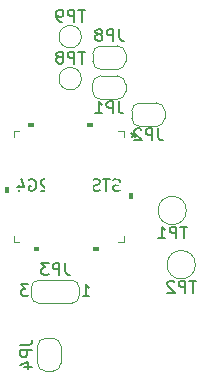
<source format=gbr>
%TF.GenerationSoftware,KiCad,Pcbnew,6.99.0-unknown-f8b157a1fb~149~ubuntu22.04.1*%
%TF.CreationDate,2022-10-15T12:14:30+11:00*%
%TF.ProjectId,STSPIN32G4,53545350-494e-4333-9247-342e6b696361,rev?*%
%TF.SameCoordinates,Original*%
%TF.FileFunction,Legend,Bot*%
%TF.FilePolarity,Positive*%
%FSLAX46Y46*%
G04 Gerber Fmt 4.6, Leading zero omitted, Abs format (unit mm)*
G04 Created by KiCad (PCBNEW 6.99.0-unknown-f8b157a1fb~149~ubuntu22.04.1) date 2022-10-15 12:14:30*
%MOMM*%
%LPD*%
G01*
G04 APERTURE LIST*
G04 Aperture macros list*
%AMRoundRect*
0 Rectangle with rounded corners*
0 $1 Rounding radius*
0 $2 $3 $4 $5 $6 $7 $8 $9 X,Y pos of 4 corners*
0 Add a 4 corners polygon primitive as box body*
4,1,4,$2,$3,$4,$5,$6,$7,$8,$9,$2,$3,0*
0 Add four circle primitives for the rounded corners*
1,1,$1+$1,$2,$3*
1,1,$1+$1,$4,$5*
1,1,$1+$1,$6,$7*
1,1,$1+$1,$8,$9*
0 Add four rect primitives between the rounded corners*
20,1,$1+$1,$2,$3,$4,$5,0*
20,1,$1+$1,$4,$5,$6,$7,0*
20,1,$1+$1,$6,$7,$8,$9,0*
20,1,$1+$1,$8,$9,$2,$3,0*%
%AMFreePoly0*
4,1,19,0.500000,-0.750000,0.000000,-0.750000,0.000000,-0.744911,-0.071157,-0.744911,-0.207708,-0.704816,-0.327430,-0.627875,-0.420627,-0.520320,-0.479746,-0.390866,-0.500000,-0.250000,-0.500000,0.250000,-0.479746,0.390866,-0.420627,0.520320,-0.327430,0.627875,-0.207708,0.704816,-0.071157,0.744911,0.000000,0.744911,0.000000,0.750000,0.500000,0.750000,0.500000,-0.750000,0.500000,-0.750000,
$1*%
%AMFreePoly1*
4,1,19,0.000000,0.744911,0.071157,0.744911,0.207708,0.704816,0.327430,0.627875,0.420627,0.520320,0.479746,0.390866,0.500000,0.250000,0.500000,-0.250000,0.479746,-0.390866,0.420627,-0.520320,0.327430,-0.627875,0.207708,-0.704816,0.071157,-0.744911,0.000000,-0.744911,0.000000,-0.750000,-0.500000,-0.750000,-0.500000,0.750000,0.000000,0.750000,0.000000,0.744911,0.000000,0.744911,
$1*%
%AMFreePoly2*
4,1,19,0.550000,-0.750000,0.000000,-0.750000,0.000000,-0.744911,-0.071157,-0.744911,-0.207708,-0.704816,-0.327430,-0.627875,-0.420627,-0.520320,-0.479746,-0.390866,-0.500000,-0.250000,-0.500000,0.250000,-0.479746,0.390866,-0.420627,0.520320,-0.327430,0.627875,-0.207708,0.704816,-0.071157,0.744911,0.000000,0.744911,0.000000,0.750000,0.550000,0.750000,0.550000,-0.750000,0.550000,-0.750000,
$1*%
%AMFreePoly3*
4,1,19,0.000000,0.744911,0.071157,0.744911,0.207708,0.704816,0.327430,0.627875,0.420627,0.520320,0.479746,0.390866,0.500000,0.250000,0.500000,-0.250000,0.479746,-0.390866,0.420627,-0.520320,0.327430,-0.627875,0.207708,-0.704816,0.071157,-0.744911,0.000000,-0.744911,0.000000,-0.750000,-0.550000,-0.750000,-0.550000,0.750000,0.000000,0.750000,0.000000,0.744911,0.000000,0.744911,
$1*%
G04 Aperture macros list end*
%ADD10C,0.150000*%
%ADD11C,0.120000*%
%ADD12C,0.100000*%
%ADD13R,1.700000X1.700000*%
%ADD14O,1.700000X1.700000*%
%ADD15C,1.500000*%
%ADD16C,7.000000*%
%ADD17RoundRect,1.500000X1.500000X1.500000X-1.500000X1.500000X-1.500000X-1.500000X1.500000X-1.500000X0*%
%ADD18C,6.000000*%
%ADD19FreePoly0,180.000000*%
%ADD20FreePoly1,180.000000*%
%ADD21C,2.000000*%
%ADD22R,0.812800X0.254000*%
%ADD23R,0.254000X0.812800*%
%ADD24R,4.089400X4.089400*%
%ADD25FreePoly0,0.000000*%
%ADD26FreePoly1,0.000000*%
%ADD27FreePoly1,270.000000*%
%ADD28FreePoly0,270.000000*%
%ADD29FreePoly2,180.000000*%
%ADD30R,1.000000X1.500000*%
%ADD31FreePoly3,180.000000*%
G04 APERTURE END LIST*
D10*
%TO.C,TP9*%
X-34298095Y19044619D02*
X-34869523Y19044619D01*
X-34583809Y18044619D02*
X-34583809Y19044619D01*
X-35202857Y18044619D02*
X-35202857Y19044619D01*
X-35202857Y19044619D02*
X-35583809Y19044619D01*
X-35583809Y19044619D02*
X-35679047Y18997000D01*
X-35679047Y18997000D02*
X-35726666Y18949380D01*
X-35726666Y18949380D02*
X-35774285Y18854142D01*
X-35774285Y18854142D02*
X-35774285Y18711285D01*
X-35774285Y18711285D02*
X-35726666Y18616047D01*
X-35726666Y18616047D02*
X-35679047Y18568428D01*
X-35679047Y18568428D02*
X-35583809Y18520809D01*
X-35583809Y18520809D02*
X-35202857Y18520809D01*
X-36250476Y18044619D02*
X-36440952Y18044619D01*
X-36440952Y18044619D02*
X-36536190Y18092238D01*
X-36536190Y18092238D02*
X-36583809Y18139857D01*
X-36583809Y18139857D02*
X-36679047Y18282714D01*
X-36679047Y18282714D02*
X-36726666Y18473190D01*
X-36726666Y18473190D02*
X-36726666Y18854142D01*
X-36726666Y18854142D02*
X-36679047Y18949380D01*
X-36679047Y18949380D02*
X-36631428Y18997000D01*
X-36631428Y18997000D02*
X-36536190Y19044619D01*
X-36536190Y19044619D02*
X-36345714Y19044619D01*
X-36345714Y19044619D02*
X-36250476Y18997000D01*
X-36250476Y18997000D02*
X-36202857Y18949380D01*
X-36202857Y18949380D02*
X-36155238Y18854142D01*
X-36155238Y18854142D02*
X-36155238Y18616047D01*
X-36155238Y18616047D02*
X-36202857Y18520809D01*
X-36202857Y18520809D02*
X-36250476Y18473190D01*
X-36250476Y18473190D02*
X-36345714Y18425571D01*
X-36345714Y18425571D02*
X-36536190Y18425571D01*
X-36536190Y18425571D02*
X-36631428Y18473190D01*
X-36631428Y18473190D02*
X-36679047Y18520809D01*
X-36679047Y18520809D02*
X-36726666Y18616047D01*
%TO.C,TP8*%
X-34298095Y15488619D02*
X-34869523Y15488619D01*
X-34583809Y14488619D02*
X-34583809Y15488619D01*
X-35202857Y14488619D02*
X-35202857Y15488619D01*
X-35202857Y15488619D02*
X-35583809Y15488619D01*
X-35583809Y15488619D02*
X-35679047Y15441000D01*
X-35679047Y15441000D02*
X-35726666Y15393380D01*
X-35726666Y15393380D02*
X-35774285Y15298142D01*
X-35774285Y15298142D02*
X-35774285Y15155285D01*
X-35774285Y15155285D02*
X-35726666Y15060047D01*
X-35726666Y15060047D02*
X-35679047Y15012428D01*
X-35679047Y15012428D02*
X-35583809Y14964809D01*
X-35583809Y14964809D02*
X-35202857Y14964809D01*
X-36345714Y15060047D02*
X-36250476Y15107666D01*
X-36250476Y15107666D02*
X-36202857Y15155285D01*
X-36202857Y15155285D02*
X-36155238Y15250523D01*
X-36155238Y15250523D02*
X-36155238Y15298142D01*
X-36155238Y15298142D02*
X-36202857Y15393380D01*
X-36202857Y15393380D02*
X-36250476Y15441000D01*
X-36250476Y15441000D02*
X-36345714Y15488619D01*
X-36345714Y15488619D02*
X-36536190Y15488619D01*
X-36536190Y15488619D02*
X-36631428Y15441000D01*
X-36631428Y15441000D02*
X-36679047Y15393380D01*
X-36679047Y15393380D02*
X-36726666Y15298142D01*
X-36726666Y15298142D02*
X-36726666Y15250523D01*
X-36726666Y15250523D02*
X-36679047Y15155285D01*
X-36679047Y15155285D02*
X-36631428Y15107666D01*
X-36631428Y15107666D02*
X-36536190Y15060047D01*
X-36536190Y15060047D02*
X-36345714Y15060047D01*
X-36345714Y15060047D02*
X-36250476Y15012428D01*
X-36250476Y15012428D02*
X-36202857Y14964809D01*
X-36202857Y14964809D02*
X-36155238Y14869571D01*
X-36155238Y14869571D02*
X-36155238Y14679095D01*
X-36155238Y14679095D02*
X-36202857Y14583857D01*
X-36202857Y14583857D02*
X-36250476Y14536238D01*
X-36250476Y14536238D02*
X-36345714Y14488619D01*
X-36345714Y14488619D02*
X-36536190Y14488619D01*
X-36536190Y14488619D02*
X-36631428Y14536238D01*
X-36631428Y14536238D02*
X-36679047Y14583857D01*
X-36679047Y14583857D02*
X-36726666Y14679095D01*
X-36726666Y14679095D02*
X-36726666Y14869571D01*
X-36726666Y14869571D02*
X-36679047Y14964809D01*
X-36679047Y14964809D02*
X-36631428Y15012428D01*
X-36631428Y15012428D02*
X-36536190Y15060047D01*
%TO.C,JP8*%
X-31424666Y17418619D02*
X-31424666Y16704333D01*
X-31424666Y16704333D02*
X-31377047Y16561476D01*
X-31377047Y16561476D02*
X-31281809Y16466238D01*
X-31281809Y16466238D02*
X-31138952Y16418619D01*
X-31138952Y16418619D02*
X-31043714Y16418619D01*
X-31900857Y16418619D02*
X-31900857Y17418619D01*
X-31900857Y17418619D02*
X-32281809Y17418619D01*
X-32281809Y17418619D02*
X-32377047Y17371000D01*
X-32377047Y17371000D02*
X-32424666Y17323380D01*
X-32424666Y17323380D02*
X-32472285Y17228142D01*
X-32472285Y17228142D02*
X-32472285Y17085285D01*
X-32472285Y17085285D02*
X-32424666Y16990047D01*
X-32424666Y16990047D02*
X-32377047Y16942428D01*
X-32377047Y16942428D02*
X-32281809Y16894809D01*
X-32281809Y16894809D02*
X-31900857Y16894809D01*
X-33043714Y16990047D02*
X-32948476Y17037666D01*
X-32948476Y17037666D02*
X-32900857Y17085285D01*
X-32900857Y17085285D02*
X-32853238Y17180523D01*
X-32853238Y17180523D02*
X-32853238Y17228142D01*
X-32853238Y17228142D02*
X-32900857Y17323380D01*
X-32900857Y17323380D02*
X-32948476Y17371000D01*
X-32948476Y17371000D02*
X-33043714Y17418619D01*
X-33043714Y17418619D02*
X-33234190Y17418619D01*
X-33234190Y17418619D02*
X-33329428Y17371000D01*
X-33329428Y17371000D02*
X-33377047Y17323380D01*
X-33377047Y17323380D02*
X-33424666Y17228142D01*
X-33424666Y17228142D02*
X-33424666Y17180523D01*
X-33424666Y17180523D02*
X-33377047Y17085285D01*
X-33377047Y17085285D02*
X-33329428Y17037666D01*
X-33329428Y17037666D02*
X-33234190Y16990047D01*
X-33234190Y16990047D02*
X-33043714Y16990047D01*
X-33043714Y16990047D02*
X-32948476Y16942428D01*
X-32948476Y16942428D02*
X-32900857Y16894809D01*
X-32900857Y16894809D02*
X-32853238Y16799571D01*
X-32853238Y16799571D02*
X-32853238Y16609095D01*
X-32853238Y16609095D02*
X-32900857Y16513857D01*
X-32900857Y16513857D02*
X-32948476Y16466238D01*
X-32948476Y16466238D02*
X-33043714Y16418619D01*
X-33043714Y16418619D02*
X-33234190Y16418619D01*
X-33234190Y16418619D02*
X-33329428Y16466238D01*
X-33329428Y16466238D02*
X-33377047Y16513857D01*
X-33377047Y16513857D02*
X-33424666Y16609095D01*
X-33424666Y16609095D02*
X-33424666Y16799571D01*
X-33424666Y16799571D02*
X-33377047Y16894809D01*
X-33377047Y16894809D02*
X-33329428Y16942428D01*
X-33329428Y16942428D02*
X-33234190Y16990047D01*
%TO.C,TP1*%
X-25662095Y679619D02*
X-26233523Y679619D01*
X-25947809Y-320380D02*
X-25947809Y679619D01*
X-26566857Y-320380D02*
X-26566857Y679619D01*
X-26566857Y679619D02*
X-26947809Y679619D01*
X-26947809Y679619D02*
X-27043047Y632000D01*
X-27043047Y632000D02*
X-27090666Y584380D01*
X-27090666Y584380D02*
X-27138285Y489142D01*
X-27138285Y489142D02*
X-27138285Y346285D01*
X-27138285Y346285D02*
X-27090666Y251047D01*
X-27090666Y251047D02*
X-27043047Y203428D01*
X-27043047Y203428D02*
X-26947809Y155809D01*
X-26947809Y155809D02*
X-26566857Y155809D01*
X-28090666Y-320380D02*
X-27519238Y-320380D01*
X-27804952Y-320380D02*
X-27804952Y679619D01*
X-27804952Y679619D02*
X-27709714Y536761D01*
X-27709714Y536761D02*
X-27614476Y441523D01*
X-27614476Y441523D02*
X-27519238Y393904D01*
%TO.C,TP2*%
X-24900095Y-3905380D02*
X-25471523Y-3905380D01*
X-25185809Y-4905380D02*
X-25185809Y-3905380D01*
X-25804857Y-4905380D02*
X-25804857Y-3905380D01*
X-25804857Y-3905380D02*
X-26185809Y-3905380D01*
X-26185809Y-3905380D02*
X-26281047Y-3953000D01*
X-26281047Y-3953000D02*
X-26328666Y-4000619D01*
X-26328666Y-4000619D02*
X-26376285Y-4095857D01*
X-26376285Y-4095857D02*
X-26376285Y-4238714D01*
X-26376285Y-4238714D02*
X-26328666Y-4333952D01*
X-26328666Y-4333952D02*
X-26281047Y-4381571D01*
X-26281047Y-4381571D02*
X-26185809Y-4429190D01*
X-26185809Y-4429190D02*
X-25804857Y-4429190D01*
X-26757238Y-4000619D02*
X-26804857Y-3953000D01*
X-26804857Y-3953000D02*
X-26900095Y-3905380D01*
X-26900095Y-3905380D02*
X-27138190Y-3905380D01*
X-27138190Y-3905380D02*
X-27233428Y-3953000D01*
X-27233428Y-3953000D02*
X-27281047Y-4000619D01*
X-27281047Y-4000619D02*
X-27328666Y-4095857D01*
X-27328666Y-4095857D02*
X-27328666Y-4191095D01*
X-27328666Y-4191095D02*
X-27281047Y-4333952D01*
X-27281047Y-4333952D02*
X-26709619Y-4905380D01*
X-26709619Y-4905380D02*
X-27328666Y-4905380D01*
%TO.C,IC1*%
X-34710810Y3709619D02*
X-34710810Y4709619D01*
X-35758428Y3804857D02*
X-35710809Y3757238D01*
X-35710809Y3757238D02*
X-35567952Y3709619D01*
X-35567952Y3709619D02*
X-35472714Y3709619D01*
X-35472714Y3709619D02*
X-35329857Y3757238D01*
X-35329857Y3757238D02*
X-35234619Y3852476D01*
X-35234619Y3852476D02*
X-35187000Y3947714D01*
X-35187000Y3947714D02*
X-35139381Y4138190D01*
X-35139381Y4138190D02*
X-35139381Y4281047D01*
X-35139381Y4281047D02*
X-35187000Y4471523D01*
X-35187000Y4471523D02*
X-35234619Y4566761D01*
X-35234619Y4566761D02*
X-35329857Y4662000D01*
X-35329857Y4662000D02*
X-35472714Y4709619D01*
X-35472714Y4709619D02*
X-35567952Y4709619D01*
X-35567952Y4709619D02*
X-35710809Y4662000D01*
X-35710809Y4662000D02*
X-35758428Y4614380D01*
X-36710809Y3709619D02*
X-36139381Y3709619D01*
X-36425095Y3709619D02*
X-36425095Y4709619D01*
X-36425095Y4709619D02*
X-36329857Y4566761D01*
X-36329857Y4566761D02*
X-36234619Y4471523D01*
X-36234619Y4471523D02*
X-36139381Y4423904D01*
X-31353667Y3757238D02*
X-31496524Y3709619D01*
X-31496524Y3709619D02*
X-31734619Y3709619D01*
X-31734619Y3709619D02*
X-31829857Y3757238D01*
X-31829857Y3757238D02*
X-31877476Y3804857D01*
X-31877476Y3804857D02*
X-31925095Y3900095D01*
X-31925095Y3900095D02*
X-31925095Y3995333D01*
X-31925095Y3995333D02*
X-31877476Y4090571D01*
X-31877476Y4090571D02*
X-31829857Y4138190D01*
X-31829857Y4138190D02*
X-31734619Y4185809D01*
X-31734619Y4185809D02*
X-31544143Y4233428D01*
X-31544143Y4233428D02*
X-31448905Y4281047D01*
X-31448905Y4281047D02*
X-31401286Y4328666D01*
X-31401286Y4328666D02*
X-31353667Y4423904D01*
X-31353667Y4423904D02*
X-31353667Y4519142D01*
X-31353667Y4519142D02*
X-31401286Y4614380D01*
X-31401286Y4614380D02*
X-31448905Y4662000D01*
X-31448905Y4662000D02*
X-31544143Y4709619D01*
X-31544143Y4709619D02*
X-31782238Y4709619D01*
X-31782238Y4709619D02*
X-31925095Y4662000D01*
X-32210810Y4709619D02*
X-32782238Y4709619D01*
X-32496524Y3709619D02*
X-32496524Y4709619D01*
X-33067953Y3757238D02*
X-33210810Y3709619D01*
X-33210810Y3709619D02*
X-33448905Y3709619D01*
X-33448905Y3709619D02*
X-33544143Y3757238D01*
X-33544143Y3757238D02*
X-33591762Y3804857D01*
X-33591762Y3804857D02*
X-33639381Y3900095D01*
X-33639381Y3900095D02*
X-33639381Y3995333D01*
X-33639381Y3995333D02*
X-33591762Y4090571D01*
X-33591762Y4090571D02*
X-33544143Y4138190D01*
X-33544143Y4138190D02*
X-33448905Y4185809D01*
X-33448905Y4185809D02*
X-33258429Y4233428D01*
X-33258429Y4233428D02*
X-33163191Y4281047D01*
X-33163191Y4281047D02*
X-33115572Y4328666D01*
X-33115572Y4328666D02*
X-33067953Y4423904D01*
X-33067953Y4423904D02*
X-33067953Y4519142D01*
X-33067953Y4519142D02*
X-33115572Y4614380D01*
X-33115572Y4614380D02*
X-33163191Y4662000D01*
X-33163191Y4662000D02*
X-33258429Y4709619D01*
X-33258429Y4709619D02*
X-33496524Y4709619D01*
X-33496524Y4709619D02*
X-33639381Y4662000D01*
X-34067953Y3709619D02*
X-34067953Y4709619D01*
X-34067953Y4709619D02*
X-34448905Y4709619D01*
X-34448905Y4709619D02*
X-34544143Y4662000D01*
X-34544143Y4662000D02*
X-34591762Y4614380D01*
X-34591762Y4614380D02*
X-34639381Y4519142D01*
X-34639381Y4519142D02*
X-34639381Y4376285D01*
X-34639381Y4376285D02*
X-34591762Y4281047D01*
X-34591762Y4281047D02*
X-34544143Y4233428D01*
X-34544143Y4233428D02*
X-34448905Y4185809D01*
X-34448905Y4185809D02*
X-34067953Y4185809D01*
X-35067953Y3709619D02*
X-35067953Y4709619D01*
X-35544143Y3709619D02*
X-35544143Y4709619D01*
X-35544143Y4709619D02*
X-36115571Y3709619D01*
X-36115571Y3709619D02*
X-36115571Y4709619D01*
X-36496524Y4709619D02*
X-37115571Y4709619D01*
X-37115571Y4709619D02*
X-36782238Y4328666D01*
X-36782238Y4328666D02*
X-36925095Y4328666D01*
X-36925095Y4328666D02*
X-37020333Y4281047D01*
X-37020333Y4281047D02*
X-37067952Y4233428D01*
X-37067952Y4233428D02*
X-37115571Y4138190D01*
X-37115571Y4138190D02*
X-37115571Y3900095D01*
X-37115571Y3900095D02*
X-37067952Y3804857D01*
X-37067952Y3804857D02*
X-37020333Y3757238D01*
X-37020333Y3757238D02*
X-36925095Y3709619D01*
X-36925095Y3709619D02*
X-36639381Y3709619D01*
X-36639381Y3709619D02*
X-36544143Y3757238D01*
X-36544143Y3757238D02*
X-36496524Y3804857D01*
X-37496524Y4614380D02*
X-37544143Y4662000D01*
X-37544143Y4662000D02*
X-37639381Y4709619D01*
X-37639381Y4709619D02*
X-37877476Y4709619D01*
X-37877476Y4709619D02*
X-37972714Y4662000D01*
X-37972714Y4662000D02*
X-38020333Y4614380D01*
X-38020333Y4614380D02*
X-38067952Y4519142D01*
X-38067952Y4519142D02*
X-38067952Y4423904D01*
X-38067952Y4423904D02*
X-38020333Y4281047D01*
X-38020333Y4281047D02*
X-37448905Y3709619D01*
X-37448905Y3709619D02*
X-38067952Y3709619D01*
X-39020333Y4662000D02*
X-38925095Y4709619D01*
X-38925095Y4709619D02*
X-38782238Y4709619D01*
X-38782238Y4709619D02*
X-38639381Y4662000D01*
X-38639381Y4662000D02*
X-38544143Y4566761D01*
X-38544143Y4566761D02*
X-38496524Y4471523D01*
X-38496524Y4471523D02*
X-38448905Y4281047D01*
X-38448905Y4281047D02*
X-38448905Y4138190D01*
X-38448905Y4138190D02*
X-38496524Y3947714D01*
X-38496524Y3947714D02*
X-38544143Y3852476D01*
X-38544143Y3852476D02*
X-38639381Y3757238D01*
X-38639381Y3757238D02*
X-38782238Y3709619D01*
X-38782238Y3709619D02*
X-38877476Y3709619D01*
X-38877476Y3709619D02*
X-39020333Y3757238D01*
X-39020333Y3757238D02*
X-39067952Y3804857D01*
X-39067952Y3804857D02*
X-39067952Y4138190D01*
X-39067952Y4138190D02*
X-38877476Y4138190D01*
X-39925095Y4376285D02*
X-39925095Y3709619D01*
X-39687000Y4757238D02*
X-39448905Y4042952D01*
X-39448905Y4042952D02*
X-40067952Y4042952D01*
X-30200600Y8710627D02*
X-30200600Y8472531D01*
X-29962505Y8567769D02*
X-30200600Y8472531D01*
X-30200600Y8472531D02*
X-30438695Y8567769D01*
X-30057743Y8282055D02*
X-30200600Y8472531D01*
X-30200600Y8472531D02*
X-30343457Y8282055D01*
X-30200600Y8710627D02*
X-30200600Y8472531D01*
X-29962505Y8567769D02*
X-30200600Y8472531D01*
X-30200600Y8472531D02*
X-30438695Y8567769D01*
X-30057743Y8282055D02*
X-30200600Y8472531D01*
X-30200600Y8472531D02*
X-30343457Y8282055D01*
%TO.C,JP2*%
X-28122666Y8992619D02*
X-28122666Y8278333D01*
X-28122666Y8278333D02*
X-28075047Y8135476D01*
X-28075047Y8135476D02*
X-27979809Y8040238D01*
X-27979809Y8040238D02*
X-27836952Y7992619D01*
X-27836952Y7992619D02*
X-27741714Y7992619D01*
X-28598857Y7992619D02*
X-28598857Y8992619D01*
X-28598857Y8992619D02*
X-28979809Y8992619D01*
X-28979809Y8992619D02*
X-29075047Y8945000D01*
X-29075047Y8945000D02*
X-29122666Y8897380D01*
X-29122666Y8897380D02*
X-29170285Y8802142D01*
X-29170285Y8802142D02*
X-29170285Y8659285D01*
X-29170285Y8659285D02*
X-29122666Y8564047D01*
X-29122666Y8564047D02*
X-29075047Y8516428D01*
X-29075047Y8516428D02*
X-28979809Y8468809D01*
X-28979809Y8468809D02*
X-28598857Y8468809D01*
X-29551238Y8897380D02*
X-29598857Y8945000D01*
X-29598857Y8945000D02*
X-29694095Y8992619D01*
X-29694095Y8992619D02*
X-29932190Y8992619D01*
X-29932190Y8992619D02*
X-30027428Y8945000D01*
X-30027428Y8945000D02*
X-30075047Y8897380D01*
X-30075047Y8897380D02*
X-30122666Y8802142D01*
X-30122666Y8802142D02*
X-30122666Y8706904D01*
X-30122666Y8706904D02*
X-30075047Y8564047D01*
X-30075047Y8564047D02*
X-29503619Y7992619D01*
X-29503619Y7992619D02*
X-30122666Y7992619D01*
%TO.C,JP4*%
X-39770619Y-9326666D02*
X-39056333Y-9326666D01*
X-39056333Y-9326666D02*
X-38913476Y-9279047D01*
X-38913476Y-9279047D02*
X-38818238Y-9183809D01*
X-38818238Y-9183809D02*
X-38770619Y-9040952D01*
X-38770619Y-9040952D02*
X-38770619Y-8945714D01*
X-38770619Y-9802857D02*
X-39770619Y-9802857D01*
X-39770619Y-9802857D02*
X-39770619Y-10183809D01*
X-39770619Y-10183809D02*
X-39723000Y-10279047D01*
X-39723000Y-10279047D02*
X-39675380Y-10326666D01*
X-39675380Y-10326666D02*
X-39580142Y-10374285D01*
X-39580142Y-10374285D02*
X-39437285Y-10374285D01*
X-39437285Y-10374285D02*
X-39342047Y-10326666D01*
X-39342047Y-10326666D02*
X-39294428Y-10279047D01*
X-39294428Y-10279047D02*
X-39246809Y-10183809D01*
X-39246809Y-10183809D02*
X-39246809Y-9802857D01*
X-39437285Y-11231428D02*
X-38770619Y-11231428D01*
X-39818238Y-10993333D02*
X-39103952Y-10755238D01*
X-39103952Y-10755238D02*
X-39103952Y-11374285D01*
%TO.C,JP1*%
X-31439666Y11278619D02*
X-31439666Y10564333D01*
X-31439666Y10564333D02*
X-31392047Y10421476D01*
X-31392047Y10421476D02*
X-31296809Y10326238D01*
X-31296809Y10326238D02*
X-31153952Y10278619D01*
X-31153952Y10278619D02*
X-31058714Y10278619D01*
X-31915857Y10278619D02*
X-31915857Y11278619D01*
X-31915857Y11278619D02*
X-32296809Y11278619D01*
X-32296809Y11278619D02*
X-32392047Y11231000D01*
X-32392047Y11231000D02*
X-32439666Y11183380D01*
X-32439666Y11183380D02*
X-32487285Y11088142D01*
X-32487285Y11088142D02*
X-32487285Y10945285D01*
X-32487285Y10945285D02*
X-32439666Y10850047D01*
X-32439666Y10850047D02*
X-32392047Y10802428D01*
X-32392047Y10802428D02*
X-32296809Y10754809D01*
X-32296809Y10754809D02*
X-31915857Y10754809D01*
X-33439666Y10278619D02*
X-32868238Y10278619D01*
X-33153952Y10278619D02*
X-33153952Y11278619D01*
X-33153952Y11278619D02*
X-33058714Y11135761D01*
X-33058714Y11135761D02*
X-32963476Y11040523D01*
X-32963476Y11040523D02*
X-32868238Y10992904D01*
%TO.C,JP3*%
X-35996666Y-2393380D02*
X-35996666Y-3107666D01*
X-35996666Y-3107666D02*
X-35949047Y-3250523D01*
X-35949047Y-3250523D02*
X-35853809Y-3345761D01*
X-35853809Y-3345761D02*
X-35710952Y-3393380D01*
X-35710952Y-3393380D02*
X-35615714Y-3393380D01*
X-36472857Y-3393380D02*
X-36472857Y-2393380D01*
X-36472857Y-2393380D02*
X-36853809Y-2393380D01*
X-36853809Y-2393380D02*
X-36949047Y-2441000D01*
X-36949047Y-2441000D02*
X-36996666Y-2488619D01*
X-36996666Y-2488619D02*
X-37044285Y-2583857D01*
X-37044285Y-2583857D02*
X-37044285Y-2726714D01*
X-37044285Y-2726714D02*
X-36996666Y-2821952D01*
X-36996666Y-2821952D02*
X-36949047Y-2869571D01*
X-36949047Y-2869571D02*
X-36853809Y-2917190D01*
X-36853809Y-2917190D02*
X-36472857Y-2917190D01*
X-37377619Y-2393380D02*
X-37996666Y-2393380D01*
X-37996666Y-2393380D02*
X-37663333Y-2774333D01*
X-37663333Y-2774333D02*
X-37806190Y-2774333D01*
X-37806190Y-2774333D02*
X-37901428Y-2821952D01*
X-37901428Y-2821952D02*
X-37949047Y-2869571D01*
X-37949047Y-2869571D02*
X-37996666Y-2964809D01*
X-37996666Y-2964809D02*
X-37996666Y-3202904D01*
X-37996666Y-3202904D02*
X-37949047Y-3298142D01*
X-37949047Y-3298142D02*
X-37901428Y-3345761D01*
X-37901428Y-3345761D02*
X-37806190Y-3393380D01*
X-37806190Y-3393380D02*
X-37520476Y-3393380D01*
X-37520476Y-3393380D02*
X-37425238Y-3345761D01*
X-37425238Y-3345761D02*
X-37377619Y-3298142D01*
X-39096667Y-4193380D02*
X-39715714Y-4193380D01*
X-39715714Y-4193380D02*
X-39382381Y-4574333D01*
X-39382381Y-4574333D02*
X-39525238Y-4574333D01*
X-39525238Y-4574333D02*
X-39620476Y-4621952D01*
X-39620476Y-4621952D02*
X-39668095Y-4669571D01*
X-39668095Y-4669571D02*
X-39715714Y-4764809D01*
X-39715714Y-4764809D02*
X-39715714Y-5002904D01*
X-39715714Y-5002904D02*
X-39668095Y-5098142D01*
X-39668095Y-5098142D02*
X-39620476Y-5145761D01*
X-39620476Y-5145761D02*
X-39525238Y-5193380D01*
X-39525238Y-5193380D02*
X-39239524Y-5193380D01*
X-39239524Y-5193380D02*
X-39144286Y-5145761D01*
X-39144286Y-5145761D02*
X-39096667Y-5098142D01*
X-34515714Y-5193380D02*
X-33944286Y-5193380D01*
X-34230000Y-5193380D02*
X-34230000Y-4193380D01*
X-34230000Y-4193380D02*
X-34134762Y-4336238D01*
X-34134762Y-4336238D02*
X-34039524Y-4431476D01*
X-34039524Y-4431476D02*
X-33944286Y-4479095D01*
D11*
%TO.C,TP9*%
X-34610000Y16764000D02*
G75*
G03*
X-34610000Y16764000I-950000J0D01*
G01*
%TO.C,TP8*%
X-34610000Y13208000D02*
G75*
G03*
X-34610000Y13208000I-950000J0D01*
G01*
%TO.C,JP8*%
X-30858000Y14686000D02*
X-30858000Y15286000D01*
X-31558000Y15986000D02*
X-32958000Y15986000D01*
X-32958000Y13986000D02*
X-31558000Y13986000D01*
X-33658000Y15286000D02*
X-33658000Y14686000D01*
X-30858000Y15286000D02*
G75*
G03*
X-31558000Y15986000I-699999J1D01*
G01*
X-31558000Y13986000D02*
G75*
G03*
X-30858000Y14686000I1J699999D01*
G01*
X-32958000Y15986000D02*
G75*
G03*
X-33658000Y15286000I0J-700000D01*
G01*
X-33658000Y14686000D02*
G75*
G03*
X-32958000Y13986000I700000J0D01*
G01*
%TO.C,TP1*%
X-25724000Y2045000D02*
G75*
G03*
X-25724000Y2045000I-1200000J0D01*
G01*
%TO.C,TP2*%
X-24962000Y-2540000D02*
G75*
G03*
X-24962000Y-2540000I-1200000J0D01*
G01*
%TO.C,IC1*%
X-31013400Y-596600D02*
X-31476315Y-596600D01*
X-31013400Y-133685D02*
X-31013400Y-596600D01*
X-31013400Y8750600D02*
X-31013400Y8287685D01*
X-31476315Y8750600D02*
X-31013400Y8750600D01*
X-39897685Y-596600D02*
X-40360600Y-596600D01*
X-40360600Y-596600D02*
X-40360600Y-133685D01*
X-40360600Y8287685D02*
X-40360600Y8750600D01*
X-40360600Y8750600D02*
X-39897685Y8750600D01*
G36*
X-30327600Y3136311D02*
G01*
X-30581600Y3136311D01*
X-30581600Y3517311D01*
X-30327600Y3517311D01*
X-30327600Y3136311D01*
G37*
D12*
X-30327600Y3136311D02*
X-30581600Y3136311D01*
X-30581600Y3517311D01*
X-30327600Y3517311D01*
X-30327600Y3136311D01*
G36*
X-33245933Y-1282400D02*
G01*
X-33626933Y-1282400D01*
X-33626933Y-1028400D01*
X-33245933Y-1028400D01*
X-33245933Y-1282400D01*
G37*
X-33245933Y-1282400D02*
X-33626933Y-1282400D01*
X-33626933Y-1028400D01*
X-33245933Y-1028400D01*
X-33245933Y-1282400D01*
G36*
X-33746059Y9182400D02*
G01*
X-34127059Y9182400D01*
X-34127059Y9436400D01*
X-33746059Y9436400D01*
X-33746059Y9182400D01*
G37*
X-33746059Y9182400D02*
X-34127059Y9182400D01*
X-34127059Y9436400D01*
X-33746059Y9436400D01*
X-33746059Y9182400D01*
G36*
X-38247193Y-1282400D02*
G01*
X-38628193Y-1282400D01*
X-38628193Y-1028400D01*
X-38247193Y-1028400D01*
X-38247193Y-1282400D01*
G37*
X-38247193Y-1282400D02*
X-38628193Y-1282400D01*
X-38628193Y-1028400D01*
X-38247193Y-1028400D01*
X-38247193Y-1282400D01*
G36*
X-38747319Y9182400D02*
G01*
X-39128319Y9182400D01*
X-39128319Y9436400D01*
X-38747319Y9436400D01*
X-38747319Y9182400D01*
G37*
X-38747319Y9182400D02*
X-39128319Y9182400D01*
X-39128319Y9436400D01*
X-38747319Y9436400D01*
X-38747319Y9182400D01*
G36*
X-40792400Y3636437D02*
G01*
X-41046400Y3636437D01*
X-41046400Y4017437D01*
X-40792400Y4017437D01*
X-40792400Y3636437D01*
G37*
X-40792400Y3636437D02*
X-41046400Y3636437D01*
X-41046400Y4017437D01*
X-40792400Y4017437D01*
X-40792400Y3636437D01*
D11*
%TO.C,JP2*%
X-30356000Y10460000D02*
X-30356000Y9860000D01*
X-29656000Y9160000D02*
X-28256000Y9160000D01*
X-28256000Y11160000D02*
X-29656000Y11160000D01*
X-27556000Y9860000D02*
X-27556000Y10460000D01*
X-29656000Y11160000D02*
G75*
G03*
X-30356000Y10460000I-1J-699999D01*
G01*
X-30356000Y9860000D02*
G75*
G03*
X-29656000Y9160000I699999J-1D01*
G01*
X-27556000Y10460000D02*
G75*
G03*
X-28256000Y11160000I-700000J0D01*
G01*
X-28256000Y9160000D02*
G75*
G03*
X-27556000Y9860000I0J700000D01*
G01*
%TO.C,JP4*%
X-38338000Y-10860000D02*
G75*
G03*
X-37638000Y-11560000I700000J0D01*
G01*
X-37038000Y-11560000D02*
G75*
G03*
X-36338000Y-10860000I0J700000D01*
G01*
X-37638000Y-8760000D02*
G75*
G03*
X-38338000Y-9460000I-1J-699999D01*
G01*
X-36338000Y-9460000D02*
G75*
G03*
X-37038000Y-8760000I-699999J1D01*
G01*
X-37638000Y-11560000D02*
X-37038000Y-11560000D01*
X-36338000Y-10860000D02*
X-36338000Y-9460000D01*
X-38338000Y-9460000D02*
X-38338000Y-10860000D01*
X-37038000Y-8760000D02*
X-37638000Y-8760000D01*
%TO.C,JP1*%
X-33673000Y12746000D02*
X-33673000Y12146000D01*
X-32973000Y11446000D02*
X-31573000Y11446000D01*
X-31573000Y13446000D02*
X-32973000Y13446000D01*
X-30873000Y12146000D02*
X-30873000Y12746000D01*
X-32973000Y13446000D02*
G75*
G03*
X-33673000Y12746000I-1J-699999D01*
G01*
X-33673000Y12146000D02*
G75*
G03*
X-32973000Y11446000I699999J-1D01*
G01*
X-30873000Y12746000D02*
G75*
G03*
X-31573000Y13446000I-700000J0D01*
G01*
X-31573000Y11446000D02*
G75*
G03*
X-30873000Y12146000I0J700000D01*
G01*
%TO.C,JP3*%
X-34780000Y-5126000D02*
X-34780000Y-4526000D01*
X-35430000Y-3826000D02*
X-38230000Y-3826000D01*
X-38230000Y-5826000D02*
X-35430000Y-5826000D01*
X-38880000Y-4526000D02*
X-38880000Y-5126000D01*
X-35480000Y-5826000D02*
G75*
G03*
X-34780000Y-5126000I1J699999D01*
G01*
X-34780000Y-4526000D02*
G75*
G03*
X-35480000Y-3826000I-699999J1D01*
G01*
X-38880000Y-5126000D02*
G75*
G03*
X-38180000Y-5826000I700000J0D01*
G01*
X-38180000Y-3826000D02*
G75*
G03*
X-38880000Y-4526000I0J-700000D01*
G01*
%TD*%
%LPC*%
D13*
%TO.C,J7*%
X-52064999Y10667999D03*
D14*
X-54604999Y10667999D03*
%TD*%
D15*
%TO.C,TP9*%
X-35560000Y16764000D03*
%TD*%
%TO.C,TP8*%
X-35560000Y13208000D03*
%TD*%
D13*
%TO.C,J6*%
X-37083999Y-14731999D03*
D14*
X-34543999Y-14731999D03*
X-32003999Y-14731999D03*
X-29463999Y-14731999D03*
%TD*%
D16*
%TO.C,J8*%
X18542000Y10160000D03*
%TD*%
%TO.C,J9*%
X18288000Y-10414000D03*
%TD*%
%TO.C,J3*%
X18796000Y-254000D03*
%TD*%
D17*
%TO.C,J4*%
X-12700000Y19327000D03*
D18*
X-19900000Y19327000D03*
%TD*%
D13*
%TO.C,J2*%
X-44424999Y21614999D03*
D14*
X-41884999Y21614999D03*
X-39344999Y21614999D03*
X-36804999Y21614999D03*
X-34264999Y21614999D03*
X-31724999Y21614999D03*
%TD*%
D19*
%TO.C,JP8*%
X-31608000Y14986000D03*
D20*
X-32908000Y14986000D03*
%TD*%
D21*
%TO.C,TP1*%
X-26924000Y2045000D03*
%TD*%
%TO.C,TP2*%
X-26162000Y-2540000D03*
%TD*%
D22*
%TO.C,IC1*%
X-31241999Y7827944D03*
X-31241999Y7327818D03*
X-31241999Y6827692D03*
X-31241999Y6327566D03*
X-31241999Y5827440D03*
X-31241999Y5327314D03*
X-31241999Y4827188D03*
X-31241999Y4327062D03*
X-31241999Y3826936D03*
X-31241999Y3326810D03*
X-31241999Y2826684D03*
X-31241999Y2326558D03*
X-31241999Y1826432D03*
X-31241999Y1326306D03*
X-31241999Y826180D03*
X-31241999Y326054D03*
D23*
X-31936054Y-367999D03*
X-32436180Y-367999D03*
X-32936306Y-367999D03*
X-33436432Y-367999D03*
X-33936558Y-367999D03*
X-34436684Y-367999D03*
X-34936810Y-367999D03*
X-35436936Y-367999D03*
X-35937062Y-367999D03*
X-36437188Y-367999D03*
X-36937314Y-367999D03*
X-37437440Y-367999D03*
X-37937566Y-367999D03*
X-38437692Y-367999D03*
X-38937818Y-367999D03*
X-39437944Y-367999D03*
D22*
X-40131999Y326054D03*
X-40131999Y826180D03*
X-40131999Y1326306D03*
X-40131999Y1826432D03*
X-40131999Y2326558D03*
X-40131999Y2826684D03*
X-40131999Y3326810D03*
X-40131999Y3826936D03*
X-40131999Y4327062D03*
X-40131999Y4827188D03*
X-40131999Y5327314D03*
X-40131999Y5827440D03*
X-40131999Y6327566D03*
X-40131999Y6827692D03*
X-40131999Y7327818D03*
X-40131999Y7827944D03*
D23*
X-39437944Y8521999D03*
X-38937818Y8521999D03*
X-38437692Y8521999D03*
X-37937566Y8521999D03*
X-37437440Y8521999D03*
X-36937314Y8521999D03*
X-36437188Y8521999D03*
X-35937062Y8521999D03*
X-35436936Y8521999D03*
X-34936810Y8521999D03*
X-34436684Y8521999D03*
X-33936558Y8521999D03*
X-33436432Y8521999D03*
X-32936306Y8521999D03*
X-32436180Y8521999D03*
X-31936054Y8521999D03*
D24*
X-35686999Y4076999D03*
%TD*%
D25*
%TO.C,JP2*%
X-29606000Y10160000D03*
D26*
X-28306000Y10160000D03*
%TD*%
D27*
%TO.C,JP4*%
X-37338000Y-10810000D03*
D28*
X-37338000Y-9510000D03*
%TD*%
D25*
%TO.C,JP1*%
X-32923000Y12446000D03*
D26*
X-31623000Y12446000D03*
%TD*%
D29*
%TO.C,JP3*%
X-35530000Y-4826000D03*
D30*
X-36829999Y-4825999D03*
D31*
X-38130000Y-4826000D03*
%TD*%
M02*

</source>
